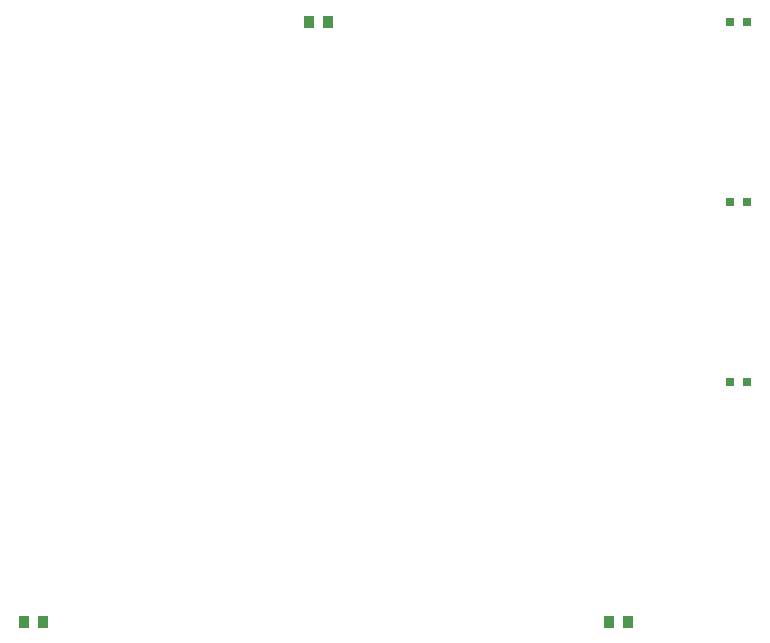
<source format=gbr>
G04 EAGLE Gerber RS-274X export*
G75*
%MOMM*%
%FSLAX34Y34*%
%LPD*%
%INSolderpaste Top*%
%IPPOS*%
%AMOC8*
5,1,8,0,0,1.08239X$1,22.5*%
G01*
%ADD10R,0.800000X0.800000*%
%ADD11R,0.949959X1.031241*%


D10*
X957700Y609600D03*
X972700Y609600D03*
X957700Y457200D03*
X972700Y457200D03*
X957700Y304800D03*
X972700Y304800D03*
D11*
X360299Y101600D03*
X376301Y101600D03*
X855599Y101600D03*
X871601Y101600D03*
X601599Y609600D03*
X617601Y609600D03*
M02*

</source>
